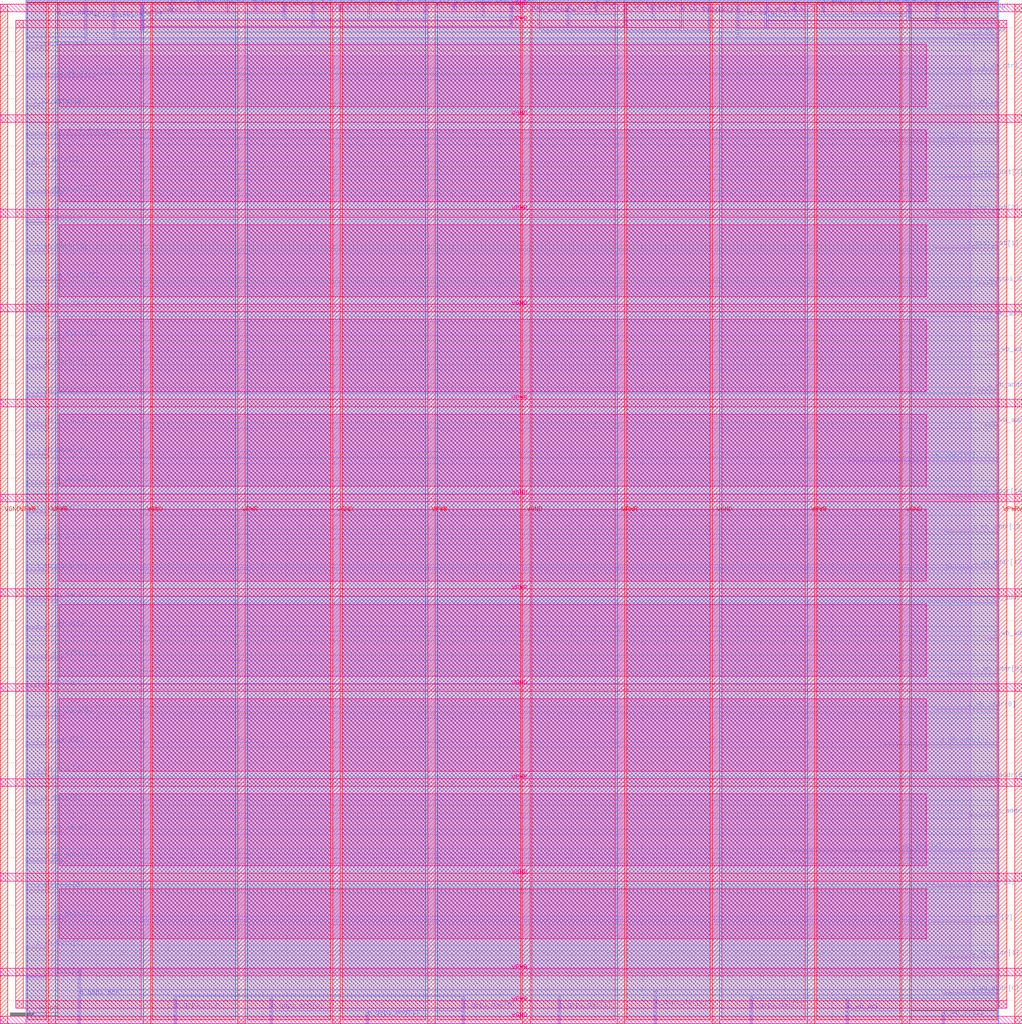
<source format=lef>
VERSION 5.7 ;
  NOWIREEXTENSIONATPIN ON ;
  DIVIDERCHAR "/" ;
  BUSBITCHARS "[]" ;
MACRO wbqspiflash
  CLASS BLOCK ;
  FOREIGN wbqspiflash ;
  ORIGIN 0.000 0.000 ;
  SIZE 205.135 BY 215.855 ;
  PIN VGND
    DIRECTION INOUT ;
    USE GROUND ;
    PORT
      LAYER met4 ;
        RECT -5.380 -0.020 -3.780 214.900 ;
    END
    PORT
      LAYER met5 ;
        RECT -5.380 -0.020 210.080 1.580 ;
    END
    PORT
      LAYER met5 ;
        RECT -5.380 213.300 210.080 214.900 ;
    END
    PORT
      LAYER met4 ;
        RECT 208.480 -0.020 210.080 214.900 ;
    END
    PORT
      LAYER met4 ;
        RECT 24.720 -0.020 26.320 214.900 ;
    END
    PORT
      LAYER met4 ;
        RECT 64.720 -0.020 66.320 214.900 ;
    END
    PORT
      LAYER met4 ;
        RECT 104.720 -0.020 106.320 214.900 ;
    END
    PORT
      LAYER met4 ;
        RECT 144.720 -0.020 146.320 214.900 ;
    END
    PORT
      LAYER met4 ;
        RECT 184.720 -0.020 186.320 214.900 ;
    END
    PORT
      LAYER met5 ;
        RECT -5.380 30.080 210.080 31.680 ;
    END
    PORT
      LAYER met5 ;
        RECT -5.380 70.080 210.080 71.680 ;
    END
    PORT
      LAYER met5 ;
        RECT -5.380 110.080 210.080 111.680 ;
    END
    PORT
      LAYER met5 ;
        RECT -5.380 150.080 210.080 151.680 ;
    END
    PORT
      LAYER met5 ;
        RECT -5.380 190.080 210.080 191.680 ;
    END
  END VGND
  PIN VPWR
    DIRECTION INOUT ;
    USE POWER ;
    PORT
      LAYER met4 ;
        RECT -2.080 3.280 -0.480 211.600 ;
    END
    PORT
      LAYER met5 ;
        RECT -2.080 3.280 206.780 4.880 ;
    END
    PORT
      LAYER met5 ;
        RECT -2.080 210.000 206.780 211.600 ;
    END
    PORT
      LAYER met4 ;
        RECT 205.180 3.280 206.780 211.600 ;
    END
    PORT
      LAYER met4 ;
        RECT 4.720 -0.020 6.320 214.900 ;
    END
    PORT
      LAYER met4 ;
        RECT 44.720 -0.020 46.320 214.900 ;
    END
    PORT
      LAYER met4 ;
        RECT 84.720 -0.020 86.320 214.900 ;
    END
    PORT
      LAYER met4 ;
        RECT 124.720 -0.020 126.320 214.900 ;
    END
    PORT
      LAYER met4 ;
        RECT 164.720 -0.020 166.320 214.900 ;
    END
    PORT
      LAYER met5 ;
        RECT -5.380 10.080 210.080 11.680 ;
    END
    PORT
      LAYER met5 ;
        RECT -5.380 50.080 210.080 51.680 ;
    END
    PORT
      LAYER met5 ;
        RECT -5.380 90.080 210.080 91.680 ;
    END
    PORT
      LAYER met5 ;
        RECT -5.380 130.080 210.080 131.680 ;
    END
    PORT
      LAYER met5 ;
        RECT -5.380 170.080 210.080 171.680 ;
    END
  END VPWR
  PIN i_clk
    DIRECTION INPUT ;
    USE SIGNAL ;
    PORT
      LAYER met3 ;
        RECT 179.770 185.830 205.135 186.130 ;
    END
  END i_clk
  PIN i_qspi_dat[0]
    DIRECTION INPUT ;
    USE SIGNAL ;
    PORT
      LAYER met3 ;
        RECT 200.930 155.910 205.135 156.210 ;
    END
  END i_qspi_dat[0]
  PIN i_qspi_dat[1]
    DIRECTION INPUT ;
    USE SIGNAL ;
    PORT
      LAYER met3 ;
        RECT 191.730 163.390 205.135 163.690 ;
    END
  END i_qspi_dat[1]
  PIN i_qspi_dat[2]
    DIRECTION INPUT ;
    USE SIGNAL ;
    PORT
      LAYER met3 ;
        RECT 191.730 170.870 205.135 171.170 ;
    END
  END i_qspi_dat[2]
  PIN i_qspi_dat[3]
    DIRECTION INPUT ;
    USE SIGNAL ;
    PORT
      LAYER met3 ;
        RECT 193.570 178.350 205.135 178.650 ;
    END
  END i_qspi_dat[3]
  PIN i_wb_addr[0]
    DIRECTION INPUT ;
    USE SIGNAL ;
    PORT
      LAYER met3 ;
        RECT 193.570 6.310 205.135 6.610 ;
    END
  END i_wb_addr[0]
  PIN i_wb_addr[10]
    DIRECTION INPUT ;
    USE SIGNAL ;
    PORT
      LAYER met3 ;
        RECT 202.710 81.110 205.135 81.410 ;
    END
  END i_wb_addr[10]
  PIN i_wb_addr[11]
    DIRECTION INPUT ;
    USE SIGNAL ;
    PORT
      LAYER met3 ;
        RECT 199.090 88.590 205.135 88.890 ;
    END
  END i_wb_addr[11]
  PIN i_wb_addr[12]
    DIRECTION INPUT ;
    USE SIGNAL ;
    PORT
      LAYER met3 ;
        RECT 194.430 96.070 205.135 96.370 ;
    END
  END i_wb_addr[12]
  PIN i_wb_addr[13]
    DIRECTION INPUT ;
    USE SIGNAL ;
    PORT
      LAYER met3 ;
        RECT 194.030 103.550 205.135 103.850 ;
    END
  END i_wb_addr[13]
  PIN i_wb_addr[14]
    DIRECTION INPUT ;
    USE SIGNAL ;
    PORT
      LAYER met3 ;
        RECT 194.660 111.030 205.135 111.330 ;
    END
  END i_wb_addr[14]
  PIN i_wb_addr[15]
    DIRECTION INPUT ;
    USE SIGNAL ;
    PORT
      LAYER met3 ;
        RECT 173.330 118.510 205.135 118.810 ;
    END
  END i_wb_addr[15]
  PIN i_wb_addr[16]
    DIRECTION INPUT ;
    USE SIGNAL ;
    PORT
      LAYER met3 ;
        RECT 201.850 125.990 205.135 126.290 ;
    END
  END i_wb_addr[16]
  PIN i_wb_addr[17]
    DIRECTION INPUT ;
    USE SIGNAL ;
    PORT
      LAYER met3 ;
        RECT 200.260 133.470 205.135 133.770 ;
    END
  END i_wb_addr[17]
  PIN i_wb_addr[18]
    DIRECTION INPUT ;
    USE SIGNAL ;
    PORT
      LAYER met3 ;
        RECT 202.710 140.950 205.135 141.250 ;
    END
  END i_wb_addr[18]
  PIN i_wb_addr[19]
    DIRECTION INPUT ;
    USE SIGNAL ;
    PORT
      LAYER met3 ;
        RECT 200.470 148.430 205.135 148.730 ;
    END
  END i_wb_addr[19]
  PIN i_wb_addr[1]
    DIRECTION INPUT ;
    USE SIGNAL ;
    PORT
      LAYER met3 ;
        RECT 193.570 13.790 205.135 14.090 ;
    END
  END i_wb_addr[1]
  PIN i_wb_addr[2]
    DIRECTION INPUT ;
    USE SIGNAL ;
    PORT
      LAYER met3 ;
        RECT 190.810 21.270 205.135 21.570 ;
    END
  END i_wb_addr[2]
  PIN i_wb_addr[3]
    DIRECTION INPUT ;
    USE SIGNAL ;
    PORT
      LAYER met3 ;
        RECT 191.730 28.750 205.135 29.050 ;
    END
  END i_wb_addr[3]
  PIN i_wb_addr[4]
    DIRECTION INPUT ;
    USE SIGNAL ;
    PORT
      LAYER met3 ;
        RECT 160.910 36.230 205.135 36.530 ;
    END
  END i_wb_addr[4]
  PIN i_wb_addr[5]
    DIRECTION INPUT ;
    USE SIGNAL ;
    PORT
      LAYER met3 ;
        RECT 199.340 43.710 205.135 44.010 ;
    END
  END i_wb_addr[5]
  PIN i_wb_addr[6]
    DIRECTION INPUT ;
    USE SIGNAL ;
    PORT
      LAYER met3 ;
        RECT 196.580 51.190 205.135 51.490 ;
    END
  END i_wb_addr[6]
  PIN i_wb_addr[7]
    DIRECTION INPUT ;
    USE SIGNAL ;
    PORT
      LAYER met3 ;
        RECT 180.630 58.670 205.135 58.970 ;
    END
  END i_wb_addr[7]
  PIN i_wb_addr[8]
    DIRECTION INPUT ;
    USE SIGNAL ;
    PORT
      LAYER met3 ;
        RECT 191.980 66.150 205.135 66.450 ;
    END
  END i_wb_addr[8]
  PIN i_wb_addr[9]
    DIRECTION INPUT ;
    USE SIGNAL ;
    PORT
      LAYER met3 ;
        RECT 194.950 73.630 205.135 73.930 ;
    END
  END i_wb_addr[9]
  PIN i_wb_ctrl_stb
    DIRECTION INPUT ;
    USE SIGNAL ;
    PORT
      LAYER met3 ;
        RECT 198.170 200.790 205.135 201.090 ;
    END
  END i_wb_ctrl_stb
  PIN i_wb_cyc
    DIRECTION INPUT ;
    USE SIGNAL ;
    PORT
      LAYER met3 ;
        RECT 193.570 193.310 205.135 193.610 ;
    END
  END i_wb_cyc
  PIN i_wb_data[0]
    DIRECTION INPUT ;
    USE SIGNAL ;
    PORT
      LAYER met3 ;
        RECT 0.000 9.710 3.770 10.010 ;
    END
  END i_wb_data[0]
  PIN i_wb_data[10]
    DIRECTION INPUT ;
    USE SIGNAL ;
    PORT
      LAYER met3 ;
        RECT 0.000 70.910 4.230 71.210 ;
    END
  END i_wb_data[10]
  PIN i_wb_data[11]
    DIRECTION INPUT ;
    USE SIGNAL ;
    PORT
      LAYER met3 ;
        RECT 0.000 77.030 7.910 77.330 ;
    END
  END i_wb_data[11]
  PIN i_wb_data[12]
    DIRECTION INPUT ;
    USE SIGNAL ;
    PORT
      LAYER met3 ;
        RECT 0.000 83.150 4.520 83.450 ;
    END
  END i_wb_data[12]
  PIN i_wb_data[13]
    DIRECTION INPUT ;
    USE SIGNAL ;
    PORT
      LAYER met3 ;
        RECT 0.000 89.270 7.910 89.570 ;
    END
  END i_wb_data[13]
  PIN i_wb_data[14]
    DIRECTION INPUT ;
    USE SIGNAL ;
    PORT
      LAYER met3 ;
        RECT 0.000 95.390 4.230 95.690 ;
    END
  END i_wb_data[14]
  PIN i_wb_data[15]
    DIRECTION INPUT ;
    USE SIGNAL ;
    PORT
      LAYER met3 ;
        RECT 0.000 101.510 4.230 101.810 ;
    END
  END i_wb_data[15]
  PIN i_wb_data[16]
    DIRECTION INPUT ;
    USE SIGNAL ;
    PORT
      LAYER met3 ;
        RECT 0.000 107.630 4.230 107.930 ;
    END
  END i_wb_data[16]
  PIN i_wb_data[17]
    DIRECTION INPUT ;
    USE SIGNAL ;
    PORT
      LAYER met3 ;
        RECT 0.000 113.750 7.910 114.050 ;
    END
  END i_wb_data[17]
  PIN i_wb_data[18]
    DIRECTION INPUT ;
    USE SIGNAL ;
    PORT
      LAYER met3 ;
        RECT 0.000 119.870 4.230 120.170 ;
    END
  END i_wb_data[18]
  PIN i_wb_data[19]
    DIRECTION INPUT ;
    USE SIGNAL ;
    PORT
      LAYER met3 ;
        RECT 0.000 125.990 4.230 126.290 ;
    END
  END i_wb_data[19]
  PIN i_wb_data[1]
    DIRECTION INPUT ;
    USE SIGNAL ;
    PORT
      LAYER met3 ;
        RECT 0.000 15.830 4.230 16.130 ;
    END
  END i_wb_data[1]
  PIN i_wb_data[20]
    DIRECTION INPUT ;
    USE SIGNAL ;
    PORT
      LAYER met3 ;
        RECT 0.000 132.110 4.230 132.410 ;
    END
  END i_wb_data[20]
  PIN i_wb_data[21]
    DIRECTION INPUT ;
    USE SIGNAL ;
    PORT
      LAYER met3 ;
        RECT 0.000 138.230 4.230 138.530 ;
    END
  END i_wb_data[21]
  PIN i_wb_data[22]
    DIRECTION INPUT ;
    USE SIGNAL ;
    PORT
      LAYER met3 ;
        RECT 0.000 144.350 7.910 144.650 ;
    END
  END i_wb_data[22]
  PIN i_wb_data[23]
    DIRECTION INPUT ;
    USE SIGNAL ;
    PORT
      LAYER met3 ;
        RECT 0.000 150.470 4.230 150.770 ;
    END
  END i_wb_data[23]
  PIN i_wb_data[24]
    DIRECTION INPUT ;
    USE SIGNAL ;
    PORT
      LAYER met3 ;
        RECT 0.000 156.590 8.830 156.890 ;
    END
  END i_wb_data[24]
  PIN i_wb_data[25]
    DIRECTION INPUT ;
    USE SIGNAL ;
    PORT
      LAYER met3 ;
        RECT 0.000 162.710 4.230 163.010 ;
    END
  END i_wb_data[25]
  PIN i_wb_data[26]
    DIRECTION INPUT ;
    USE SIGNAL ;
    PORT
      LAYER met3 ;
        RECT 0.000 168.830 4.230 169.130 ;
    END
  END i_wb_data[26]
  PIN i_wb_data[27]
    DIRECTION INPUT ;
    USE SIGNAL ;
    PORT
      LAYER met3 ;
        RECT 0.000 174.950 7.450 175.250 ;
    END
  END i_wb_data[27]
  PIN i_wb_data[28]
    DIRECTION INPUT ;
    USE SIGNAL ;
    PORT
      LAYER met3 ;
        RECT 0.000 181.070 2.450 181.370 ;
    END
  END i_wb_data[28]
  PIN i_wb_data[29]
    DIRECTION INPUT ;
    USE SIGNAL ;
    PORT
      LAYER met3 ;
        RECT 0.000 187.190 17.570 187.490 ;
    END
  END i_wb_data[29]
  PIN i_wb_data[2]
    DIRECTION INPUT ;
    USE SIGNAL ;
    PORT
      LAYER met3 ;
        RECT 0.000 21.950 7.910 22.250 ;
    END
  END i_wb_data[2]
  PIN i_wb_data[30]
    DIRECTION INPUT ;
    USE SIGNAL ;
    PORT
      LAYER met3 ;
        RECT 0.000 193.310 3.060 193.610 ;
    END
  END i_wb_data[30]
  PIN i_wb_data[31]
    DIRECTION INPUT ;
    USE SIGNAL ;
    PORT
      LAYER met3 ;
        RECT 0.000 199.430 14.350 199.730 ;
    END
  END i_wb_data[31]
  PIN i_wb_data[3]
    DIRECTION INPUT ;
    USE SIGNAL ;
    PORT
      LAYER met3 ;
        RECT 0.000 28.070 4.230 28.370 ;
    END
  END i_wb_data[3]
  PIN i_wb_data[4]
    DIRECTION INPUT ;
    USE SIGNAL ;
    PORT
      LAYER met3 ;
        RECT 0.000 34.190 7.910 34.490 ;
    END
  END i_wb_data[4]
  PIN i_wb_data[5]
    DIRECTION INPUT ;
    USE SIGNAL ;
    PORT
      LAYER met3 ;
        RECT 0.000 40.310 7.910 40.610 ;
    END
  END i_wb_data[5]
  PIN i_wb_data[6]
    DIRECTION INPUT ;
    USE SIGNAL ;
    PORT
      LAYER met3 ;
        RECT 0.000 46.430 2.850 46.730 ;
    END
  END i_wb_data[6]
  PIN i_wb_data[7]
    DIRECTION INPUT ;
    USE SIGNAL ;
    PORT
      LAYER met3 ;
        RECT 0.000 52.550 4.230 52.850 ;
    END
  END i_wb_data[7]
  PIN i_wb_data[8]
    DIRECTION INPUT ;
    USE SIGNAL ;
    PORT
      LAYER met3 ;
        RECT 0.000 58.670 4.230 58.970 ;
    END
  END i_wb_data[8]
  PIN i_wb_data[9]
    DIRECTION INPUT ;
    USE SIGNAL ;
    PORT
      LAYER met3 ;
        RECT 0.000 64.790 7.910 65.090 ;
    END
  END i_wb_data[9]
  PIN i_wb_data_stb
    DIRECTION INPUT ;
    USE SIGNAL ;
    PORT
      LAYER met3 ;
        RECT 0.000 205.550 3.770 205.850 ;
    END
  END i_wb_data_stb
  PIN i_wb_we
    DIRECTION INPUT ;
    USE SIGNAL ;
    PORT
      LAYER met3 ;
        RECT 196.270 208.270 205.135 208.570 ;
    END
  END i_wb_we
  PIN o_interrupt
    DIRECTION OUTPUT TRISTATE ;
    USE SIGNAL ;
    PORT
      LAYER met2 ;
        RECT 197.960 211.280 198.100 215.855 ;
    END
  END o_interrupt
  PIN o_qspi_cs_n
    DIRECTION OUTPUT TRISTATE ;
    USE SIGNAL ;
    PORT
      LAYER met2 ;
        RECT 31.440 0.000 31.580 5.820 ;
    END
  END o_qspi_cs_n
  PIN o_qspi_dat[0]
    DIRECTION OUTPUT TRISTATE ;
    USE SIGNAL ;
    PORT
      LAYER met2 ;
        RECT 92.160 0.000 92.300 5.820 ;
    END
  END o_qspi_dat[0]
  PIN o_qspi_dat[1]
    DIRECTION OUTPUT TRISTATE ;
    USE SIGNAL ;
    PORT
      LAYER met2 ;
        RECT 112.400 0.000 112.540 5.820 ;
    END
  END o_qspi_dat[1]
  PIN o_qspi_dat[2]
    DIRECTION OUTPUT TRISTATE ;
    USE SIGNAL ;
    PORT
      LAYER met2 ;
        RECT 132.640 0.000 132.780 7.000 ;
    END
  END o_qspi_dat[2]
  PIN o_qspi_dat[3]
    DIRECTION OUTPUT TRISTATE ;
    USE SIGNAL ;
    PORT
      LAYER met2 ;
        RECT 152.880 0.000 153.020 5.820 ;
    END
  END o_qspi_dat[3]
  PIN o_qspi_mod[0]
    DIRECTION OUTPUT TRISTATE ;
    USE SIGNAL ;
    PORT
      LAYER met2 ;
        RECT 51.680 0.000 51.820 5.480 ;
    END
  END o_qspi_mod[0]
  PIN o_qspi_mod[1]
    DIRECTION OUTPUT TRISTATE ;
    USE SIGNAL ;
    PORT
      LAYER met2 ;
        RECT 71.920 0.000 72.060 2.450 ;
    END
  END o_qspi_mod[1]
  PIN o_qspi_sck
    DIRECTION OUTPUT TRISTATE ;
    USE SIGNAL ;
    PORT
      LAYER met2 ;
        RECT 11.200 0.000 11.340 11.260 ;
    END
  END o_qspi_sck
  PIN o_wb_ack
    DIRECTION OUTPUT TRISTATE ;
    USE SIGNAL ;
    PORT
      LAYER met2 ;
        RECT 173.120 0.000 173.260 5.140 ;
    END
  END o_wb_ack
  PIN o_wb_data[0]
    DIRECTION OUTPUT TRISTATE ;
    USE SIGNAL ;
    PORT
      LAYER met2 ;
        RECT 6.600 208.350 6.740 215.855 ;
    END
  END o_wb_data[0]
  PIN o_wb_data[10]
    DIRECTION OUTPUT TRISTATE ;
    USE SIGNAL ;
    PORT
      LAYER met2 ;
        RECT 66.400 213.620 66.540 215.855 ;
    END
  END o_wb_data[10]
  PIN o_wb_data[11]
    DIRECTION OUTPUT TRISTATE ;
    USE SIGNAL ;
    PORT
      LAYER met2 ;
        RECT 72.380 212.120 72.520 215.855 ;
    END
  END o_wb_data[11]
  PIN o_wb_data[12]
    DIRECTION OUTPUT TRISTATE ;
    USE SIGNAL ;
    PORT
      LAYER met2 ;
        RECT 78.360 213.620 78.500 215.855 ;
    END
  END o_wb_data[12]
  PIN o_wb_data[13]
    DIRECTION OUTPUT TRISTATE ;
    USE SIGNAL ;
    PORT
      LAYER met2 ;
        RECT 84.340 211.580 84.480 215.855 ;
    END
  END o_wb_data[13]
  PIN o_wb_data[14]
    DIRECTION OUTPUT TRISTATE ;
    USE SIGNAL ;
    PORT
      LAYER met2 ;
        RECT 90.320 213.620 90.460 215.855 ;
    END
  END o_wb_data[14]
  PIN o_wb_data[15]
    DIRECTION OUTPUT TRISTATE ;
    USE SIGNAL ;
    PORT
      LAYER met2 ;
        RECT 96.300 212.430 96.440 215.855 ;
    END
  END o_wb_data[15]
  PIN o_wb_data[16]
    DIRECTION OUTPUT TRISTATE ;
    USE SIGNAL ;
    PORT
      LAYER met2 ;
        RECT 102.280 210.420 102.420 215.855 ;
    END
  END o_wb_data[16]
  PIN o_wb_data[17]
    DIRECTION OUTPUT TRISTATE ;
    USE SIGNAL ;
    PORT
      LAYER met2 ;
        RECT 108.260 209.400 108.400 215.855 ;
    END
  END o_wb_data[17]
  PIN o_wb_data[18]
    DIRECTION OUTPUT TRISTATE ;
    USE SIGNAL ;
    PORT
      LAYER met2 ;
        RECT 114.240 210.600 114.380 215.855 ;
    END
  END o_wb_data[18]
  PIN o_wb_data[19]
    DIRECTION OUTPUT TRISTATE ;
    USE SIGNAL ;
    PORT
      LAYER met2 ;
        RECT 120.220 213.110 120.360 215.855 ;
    END
  END o_wb_data[19]
  PIN o_wb_data[1]
    DIRECTION OUTPUT TRISTATE ;
    USE SIGNAL ;
    PORT
      LAYER met2 ;
        RECT 12.580 207.200 12.720 215.855 ;
    END
  END o_wb_data[1]
  PIN o_wb_data[20]
    DIRECTION OUTPUT TRISTATE ;
    USE SIGNAL ;
    PORT
      LAYER met2 ;
        RECT 126.200 210.390 126.340 215.855 ;
    END
  END o_wb_data[20]
  PIN o_wb_data[21]
    DIRECTION OUTPUT TRISTATE ;
    USE SIGNAL ;
    PORT
      LAYER met2 ;
        RECT 132.180 211.960 132.320 215.855 ;
    END
  END o_wb_data[21]
  PIN o_wb_data[22]
    DIRECTION OUTPUT TRISTATE ;
    USE SIGNAL ;
    PORT
      LAYER met2 ;
        RECT 138.160 209.740 138.300 215.855 ;
    END
  END o_wb_data[22]
  PIN o_wb_data[23]
    DIRECTION OUTPUT TRISTATE ;
    USE SIGNAL ;
    PORT
      LAYER met2 ;
        RECT 144.140 209.400 144.280 215.855 ;
    END
  END o_wb_data[23]
  PIN o_wb_data[24]
    DIRECTION OUTPUT TRISTATE ;
    USE SIGNAL ;
    PORT
      LAYER met2 ;
        RECT 150.120 208.040 150.260 215.855 ;
    END
  END o_wb_data[24]
  PIN o_wb_data[25]
    DIRECTION OUTPUT TRISTATE ;
    USE SIGNAL ;
    PORT
      LAYER met2 ;
        RECT 156.100 210.080 156.240 215.855 ;
    END
  END o_wb_data[25]
  PIN o_wb_data[26]
    DIRECTION OUTPUT TRISTATE ;
    USE SIGNAL ;
    PORT
      LAYER met2 ;
        RECT 162.080 212.640 162.220 215.855 ;
    END
  END o_wb_data[26]
  PIN o_wb_data[27]
    DIRECTION OUTPUT TRISTATE ;
    USE SIGNAL ;
    PORT
      LAYER met2 ;
        RECT 168.060 213.110 168.200 215.855 ;
    END
  END o_wb_data[27]
  PIN o_wb_data[28]
    DIRECTION OUTPUT TRISTATE ;
    USE SIGNAL ;
    PORT
      LAYER met2 ;
        RECT 174.040 213.110 174.180 215.855 ;
    END
  END o_wb_data[28]
  PIN o_wb_data[29]
    DIRECTION OUTPUT TRISTATE ;
    USE SIGNAL ;
    PORT
      LAYER met2 ;
        RECT 180.020 213.320 180.160 215.855 ;
    END
  END o_wb_data[29]
  PIN o_wb_data[2]
    DIRECTION OUTPUT TRISTATE ;
    USE SIGNAL ;
    PORT
      LAYER met2 ;
        RECT 18.560 207.700 18.700 215.855 ;
    END
  END o_wb_data[2]
  PIN o_wb_data[30]
    DIRECTION OUTPUT TRISTATE ;
    USE SIGNAL ;
    PORT
      LAYER met2 ;
        RECT 186.000 211.780 186.140 215.855 ;
    END
  END o_wb_data[30]
  PIN o_wb_data[31]
    DIRECTION OUTPUT TRISTATE ;
    USE SIGNAL ;
    PORT
      LAYER met2 ;
        RECT 191.980 211.100 192.120 215.855 ;
    END
  END o_wb_data[31]
  PIN o_wb_data[3]
    DIRECTION OUTPUT TRISTATE ;
    USE SIGNAL ;
    PORT
      LAYER met2 ;
        RECT 24.540 209.400 24.680 215.855 ;
    END
  END o_wb_data[3]
  PIN o_wb_data[4]
    DIRECTION OUTPUT TRISTATE ;
    USE SIGNAL ;
    PORT
      LAYER met2 ;
        RECT 30.520 213.280 30.660 215.855 ;
    END
  END o_wb_data[4]
  PIN o_wb_data[5]
    DIRECTION OUTPUT TRISTATE ;
    USE SIGNAL ;
    PORT
      LAYER met2 ;
        RECT 36.500 213.620 36.640 215.855 ;
    END
  END o_wb_data[5]
  PIN o_wb_data[6]
    DIRECTION OUTPUT TRISTATE ;
    USE SIGNAL ;
    PORT
      LAYER met2 ;
        RECT 42.480 213.280 42.620 215.855 ;
    END
  END o_wb_data[6]
  PIN o_wb_data[7]
    DIRECTION OUTPUT TRISTATE ;
    USE SIGNAL ;
    PORT
      LAYER met2 ;
        RECT 48.460 213.620 48.600 215.855 ;
    END
  END o_wb_data[7]
  PIN o_wb_data[8]
    DIRECTION OUTPUT TRISTATE ;
    USE SIGNAL ;
    PORT
      LAYER met2 ;
        RECT 54.440 212.120 54.580 215.855 ;
    END
  END o_wb_data[8]
  PIN o_wb_data[9]
    DIRECTION OUTPUT TRISTATE ;
    USE SIGNAL ;
    PORT
      LAYER met2 ;
        RECT 60.420 210.600 60.560 215.855 ;
    END
  END o_wb_data[9]
  PIN o_wb_stall
    DIRECTION OUTPUT TRISTATE ;
    USE SIGNAL ;
    PORT
      LAYER met2 ;
        RECT 193.360 0.000 193.500 2.450 ;
    END
  END o_wb_stall
  OBS
      LAYER li1 ;
        RECT 5.520 10.795 199.180 204.085 ;
      LAYER met1 ;
        RECT 0.070 0.040 205.090 215.800 ;
      LAYER met2 ;
        RECT 0.090 208.070 6.320 215.550 ;
        RECT 7.020 208.070 12.300 215.550 ;
        RECT 0.090 206.920 12.300 208.070 ;
        RECT 13.000 207.420 18.280 215.550 ;
        RECT 18.980 209.120 24.260 215.550 ;
        RECT 24.960 213.000 30.240 215.550 ;
        RECT 30.940 213.340 36.220 215.550 ;
        RECT 36.920 213.340 42.200 215.550 ;
        RECT 30.940 213.000 42.200 213.340 ;
        RECT 42.900 213.340 48.180 215.550 ;
        RECT 48.880 213.340 54.160 215.550 ;
        RECT 42.900 213.000 54.160 213.340 ;
        RECT 24.960 211.840 54.160 213.000 ;
        RECT 54.860 211.840 60.140 215.550 ;
        RECT 24.960 210.320 60.140 211.840 ;
        RECT 60.840 213.340 66.120 215.550 ;
        RECT 66.820 213.340 72.100 215.550 ;
        RECT 60.840 211.840 72.100 213.340 ;
        RECT 72.800 213.340 78.080 215.550 ;
        RECT 78.780 213.340 84.060 215.550 ;
        RECT 72.800 211.840 84.060 213.340 ;
        RECT 60.840 211.300 84.060 211.840 ;
        RECT 84.760 213.340 90.040 215.550 ;
        RECT 90.740 213.340 96.020 215.550 ;
        RECT 84.760 212.150 96.020 213.340 ;
        RECT 96.720 212.150 102.000 215.550 ;
        RECT 84.760 211.300 102.000 212.150 ;
        RECT 60.840 210.320 102.000 211.300 ;
        RECT 24.960 210.140 102.000 210.320 ;
        RECT 102.700 210.140 107.980 215.550 ;
        RECT 24.960 209.120 107.980 210.140 ;
        RECT 108.680 210.320 113.960 215.550 ;
        RECT 114.660 212.830 119.940 215.550 ;
        RECT 120.640 212.830 125.920 215.550 ;
        RECT 114.660 210.320 125.920 212.830 ;
        RECT 108.680 210.110 125.920 210.320 ;
        RECT 126.620 211.680 131.900 215.550 ;
        RECT 132.600 211.680 137.880 215.550 ;
        RECT 126.620 210.110 137.880 211.680 ;
        RECT 108.680 209.460 137.880 210.110 ;
        RECT 138.580 209.460 143.860 215.550 ;
        RECT 108.680 209.120 143.860 209.460 ;
        RECT 144.560 209.120 149.840 215.550 ;
        RECT 18.980 207.760 149.840 209.120 ;
        RECT 150.540 209.800 155.820 215.550 ;
        RECT 156.520 212.360 161.800 215.550 ;
        RECT 162.500 212.830 167.780 215.550 ;
        RECT 168.480 212.830 173.760 215.550 ;
        RECT 174.460 213.040 179.740 215.550 ;
        RECT 180.440 213.040 185.720 215.550 ;
        RECT 174.460 212.830 185.720 213.040 ;
        RECT 162.500 212.360 185.720 212.830 ;
        RECT 156.520 211.500 185.720 212.360 ;
        RECT 186.420 211.500 191.700 215.550 ;
        RECT 156.520 210.820 191.700 211.500 ;
        RECT 192.400 211.000 197.680 215.550 ;
        RECT 198.380 211.000 205.070 215.550 ;
        RECT 192.400 210.820 205.070 211.000 ;
        RECT 156.520 209.800 205.070 210.820 ;
        RECT 150.540 207.760 205.070 209.800 ;
        RECT 18.980 207.420 205.070 207.760 ;
        RECT 13.000 206.920 205.070 207.420 ;
        RECT 0.090 11.540 205.070 206.920 ;
        RECT 0.090 0.010 10.920 11.540 ;
        RECT 11.620 7.280 205.070 11.540 ;
        RECT 11.620 6.100 132.360 7.280 ;
        RECT 11.620 0.010 31.160 6.100 ;
        RECT 31.860 5.760 91.880 6.100 ;
        RECT 31.860 0.010 51.400 5.760 ;
        RECT 52.100 2.730 91.880 5.760 ;
        RECT 52.100 0.010 71.640 2.730 ;
        RECT 72.340 0.010 91.880 2.730 ;
        RECT 92.580 0.010 112.120 6.100 ;
        RECT 112.820 0.010 132.360 6.100 ;
        RECT 133.060 6.100 205.070 7.280 ;
        RECT 133.060 0.010 152.600 6.100 ;
        RECT 153.300 5.420 205.070 6.100 ;
        RECT 153.300 0.010 172.840 5.420 ;
        RECT 173.540 2.730 205.070 5.420 ;
        RECT 173.540 0.010 193.080 2.730 ;
        RECT 193.780 0.010 205.070 2.730 ;
      LAYER met3 ;
        RECT 0.065 208.970 205.095 215.385 ;
        RECT 0.065 207.870 195.870 208.970 ;
        RECT 0.065 206.250 205.095 207.870 ;
        RECT 4.170 205.150 205.095 206.250 ;
        RECT 0.065 201.490 205.095 205.150 ;
        RECT 0.065 200.390 197.770 201.490 ;
        RECT 0.065 200.130 205.095 200.390 ;
        RECT 14.750 199.030 205.095 200.130 ;
        RECT 0.065 194.010 205.095 199.030 ;
        RECT 3.460 192.910 193.170 194.010 ;
        RECT 0.065 187.890 205.095 192.910 ;
        RECT 17.970 186.790 205.095 187.890 ;
        RECT 0.065 186.530 205.095 186.790 ;
        RECT 0.065 185.430 179.370 186.530 ;
        RECT 0.065 181.770 205.095 185.430 ;
        RECT 2.850 180.670 205.095 181.770 ;
        RECT 0.065 179.050 205.095 180.670 ;
        RECT 0.065 177.950 193.170 179.050 ;
        RECT 0.065 175.650 205.095 177.950 ;
        RECT 7.850 174.550 205.095 175.650 ;
        RECT 0.065 171.570 205.095 174.550 ;
        RECT 0.065 170.470 191.330 171.570 ;
        RECT 0.065 169.530 205.095 170.470 ;
        RECT 4.630 168.430 205.095 169.530 ;
        RECT 0.065 164.090 205.095 168.430 ;
        RECT 0.065 163.410 191.330 164.090 ;
        RECT 4.630 162.990 191.330 163.410 ;
        RECT 4.630 162.310 205.095 162.990 ;
        RECT 0.065 157.290 205.095 162.310 ;
        RECT 9.230 156.610 205.095 157.290 ;
        RECT 9.230 156.190 200.530 156.610 ;
        RECT 0.065 155.510 200.530 156.190 ;
        RECT 0.065 151.170 205.095 155.510 ;
        RECT 4.630 150.070 205.095 151.170 ;
        RECT 0.065 149.130 205.095 150.070 ;
        RECT 0.065 148.030 200.070 149.130 ;
        RECT 0.065 145.050 205.095 148.030 ;
        RECT 8.310 143.950 205.095 145.050 ;
        RECT 0.065 141.650 205.095 143.950 ;
        RECT 0.065 140.550 202.310 141.650 ;
        RECT 0.065 138.930 205.095 140.550 ;
        RECT 4.630 137.830 205.095 138.930 ;
        RECT 0.065 134.170 205.095 137.830 ;
        RECT 0.065 133.070 199.860 134.170 ;
        RECT 0.065 132.810 205.095 133.070 ;
        RECT 4.630 131.710 205.095 132.810 ;
        RECT 0.065 126.690 205.095 131.710 ;
        RECT 4.630 125.590 201.450 126.690 ;
        RECT 0.065 120.570 205.095 125.590 ;
        RECT 4.630 119.470 205.095 120.570 ;
        RECT 0.065 119.210 205.095 119.470 ;
        RECT 0.065 118.110 172.930 119.210 ;
        RECT 0.065 114.450 205.095 118.110 ;
        RECT 8.310 113.350 205.095 114.450 ;
        RECT 0.065 111.730 205.095 113.350 ;
        RECT 0.065 110.630 194.260 111.730 ;
        RECT 0.065 108.330 205.095 110.630 ;
        RECT 4.630 107.230 205.095 108.330 ;
        RECT 0.065 104.250 205.095 107.230 ;
        RECT 0.065 103.150 193.630 104.250 ;
        RECT 0.065 102.210 205.095 103.150 ;
        RECT 4.630 101.110 205.095 102.210 ;
        RECT 0.065 96.770 205.095 101.110 ;
        RECT 0.065 96.090 194.030 96.770 ;
        RECT 4.630 95.670 194.030 96.090 ;
        RECT 4.630 94.990 205.095 95.670 ;
        RECT 0.065 89.970 205.095 94.990 ;
        RECT 8.310 89.290 205.095 89.970 ;
        RECT 8.310 88.870 198.690 89.290 ;
        RECT 0.065 88.190 198.690 88.870 ;
        RECT 0.065 83.850 205.095 88.190 ;
        RECT 4.920 82.750 205.095 83.850 ;
        RECT 0.065 81.810 205.095 82.750 ;
        RECT 0.065 80.710 202.310 81.810 ;
        RECT 0.065 77.730 205.095 80.710 ;
        RECT 8.310 76.630 205.095 77.730 ;
        RECT 0.065 74.330 205.095 76.630 ;
        RECT 0.065 73.230 194.550 74.330 ;
        RECT 0.065 71.610 205.095 73.230 ;
        RECT 4.630 70.510 205.095 71.610 ;
        RECT 0.065 66.850 205.095 70.510 ;
        RECT 0.065 65.750 191.580 66.850 ;
        RECT 0.065 65.490 205.095 65.750 ;
        RECT 8.310 64.390 205.095 65.490 ;
        RECT 0.065 59.370 205.095 64.390 ;
        RECT 4.630 58.270 180.230 59.370 ;
        RECT 0.065 53.250 205.095 58.270 ;
        RECT 4.630 52.150 205.095 53.250 ;
        RECT 0.065 51.890 205.095 52.150 ;
        RECT 0.065 50.790 196.180 51.890 ;
        RECT 0.065 47.130 205.095 50.790 ;
        RECT 3.250 46.030 205.095 47.130 ;
        RECT 0.065 44.410 205.095 46.030 ;
        RECT 0.065 43.310 198.940 44.410 ;
        RECT 0.065 41.010 205.095 43.310 ;
        RECT 8.310 39.910 205.095 41.010 ;
        RECT 0.065 36.930 205.095 39.910 ;
        RECT 0.065 35.830 160.510 36.930 ;
        RECT 0.065 34.890 205.095 35.830 ;
        RECT 8.310 33.790 205.095 34.890 ;
        RECT 0.065 29.450 205.095 33.790 ;
        RECT 0.065 28.770 191.330 29.450 ;
        RECT 4.630 28.350 191.330 28.770 ;
        RECT 4.630 27.670 205.095 28.350 ;
        RECT 0.065 22.650 205.095 27.670 ;
        RECT 8.310 21.970 205.095 22.650 ;
        RECT 8.310 21.550 190.410 21.970 ;
        RECT 0.065 20.870 190.410 21.550 ;
        RECT 0.065 16.530 205.095 20.870 ;
        RECT 4.630 15.430 205.095 16.530 ;
        RECT 0.065 14.490 205.095 15.430 ;
        RECT 0.065 13.390 193.170 14.490 ;
        RECT 0.065 10.410 205.095 13.390 ;
        RECT 4.170 9.310 205.095 10.410 ;
        RECT 0.065 7.010 205.095 9.310 ;
        RECT 0.065 5.910 193.170 7.010 ;
        RECT 0.065 0.855 205.095 5.910 ;
      LAYER met4 ;
        RECT 0.295 215.300 204.865 215.385 ;
        RECT 0.295 0.855 4.320 215.300 ;
        RECT 6.720 0.855 24.320 215.300 ;
        RECT 26.720 0.855 44.320 215.300 ;
        RECT 46.720 0.855 64.320 215.300 ;
        RECT 66.720 0.855 84.320 215.300 ;
        RECT 86.720 0.855 104.320 215.300 ;
        RECT 106.720 0.855 124.320 215.300 ;
        RECT 126.720 0.855 144.320 215.300 ;
        RECT 146.720 0.855 164.320 215.300 ;
        RECT 166.720 0.855 184.320 215.300 ;
        RECT 186.720 212.000 204.865 215.300 ;
        RECT 186.720 2.880 204.780 212.000 ;
        RECT 186.720 0.855 204.865 2.880 ;
      LAYER met5 ;
        RECT 7.020 193.280 189.860 206.500 ;
        RECT 7.020 173.280 189.860 188.480 ;
        RECT 7.020 153.280 189.860 168.480 ;
        RECT 7.020 133.280 189.860 148.480 ;
        RECT 7.020 113.280 189.860 128.480 ;
        RECT 7.020 93.280 189.860 108.480 ;
        RECT 7.020 73.280 189.860 88.480 ;
        RECT 7.020 53.280 189.860 68.480 ;
        RECT 7.020 33.280 189.860 48.480 ;
        RECT 7.020 17.900 189.860 28.480 ;
  END
END wbqspiflash
END LIBRARY


</source>
